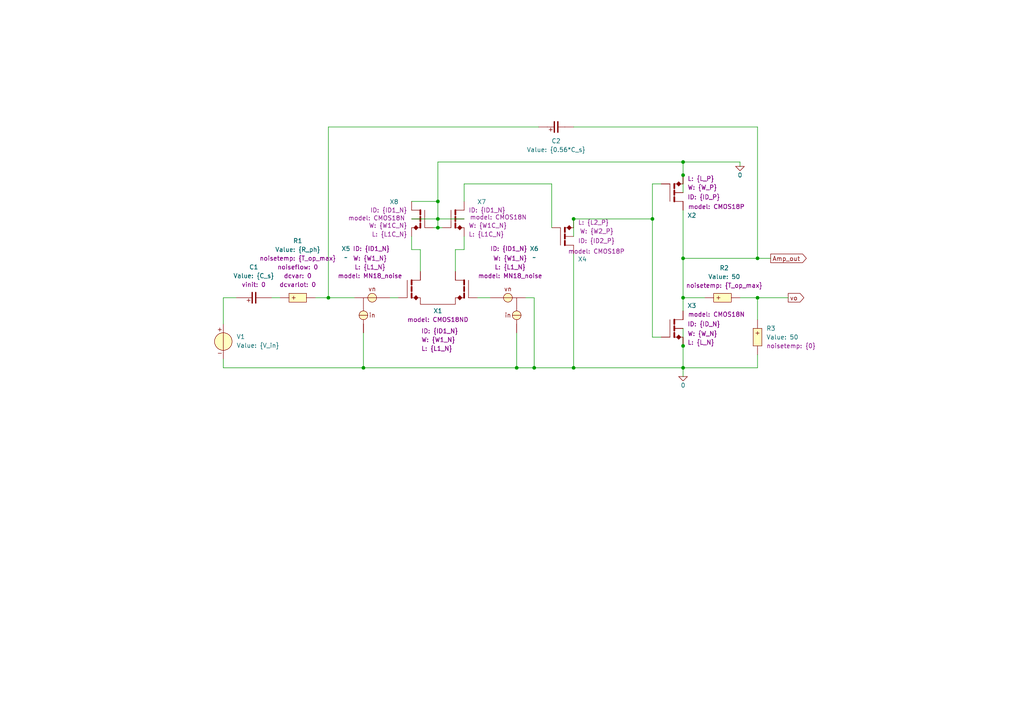
<source format=kicad_sch>
(kicad_sch (version 20250114) (generator "eeschema") (generator_version "9.0")
  (paper "A4")
  (lib_symbols
    (symbol "SLiCAP:C" (pin_numbers (hide yes)) (pin_names (offset 1.016) (hide yes))
      (property "Reference" "C?" (at 2.54 3.81 0))
      (property "Value" "?" (at 2.54 1.27 0) (show_name))
      (property "vinit" "0" (at 2.54 -1.27 0) (show_name))
      (symbol "C_0_0"
        (text "+" (at -0.762 1.651 0) (effects (font (size 1.27 1.27))))
      )
      (symbol "C_0_1"
        (polyline (pts (xy -1.524 0.508) (xy 1.524 0.508)) (stroke (width 0.381)))
        (polyline (pts (xy -1.524 -0.508) (xy 1.524 -0.508)) (stroke (width 0.381)))
        (polyline (pts (xy 0 2.54) (xy 0 0.508)))
        (polyline (pts (xy 0 -2.54) (xy 0 -0.508)))
      )
      (symbol "C_1_0"
        (pin passive line (at 0 5.08 270) (length 2.54) (name "1") (number "1"))
        (pin passive line (at 0 -5.08 90) (length 2.54) (name "2") (number "2"))
      )
    )
    (symbol "SLiCAP:GND" (power) (pin_numbers (hide yes)) (pin_names (offset 0) (hide yes))
      (property "Value" "0" (at 0 -2.54 0))
      (symbol "GND_0_1"
        (polyline (pts (xy -1.27 0) (xy 0 -1.27) (xy 1.27 0) (xy -1.27 0)))
      )
      (symbol "GND_1_1"
        (pin power_in line (at 0 0 0) (length 0) (name "~") (number "1"))
      )
    )
    (symbol "SLiCAP:M_noise" (pin_numbers (hide yes)) (pin_names (offset 0) (hide yes))
      (property "Reference" "X?" (at 2.54 9.525 0))
      (property "ID" "{ID}" (at 6.35 2.54 0) (show_name))
      (property "IG" "{IG}" (at 6.35 0 0) (show_name))
      (property "W" "{W}" (at 6.35 -2.54 0) (show_name))
      (property "L" "{L}" (at 6.35 -5.08 0) (show_name))
      (property "model" "?" (at 2.54 7.62 0) (show_name))
      (symbol "M_noise_0_0"
        (polyline (pts (xy -2.54 5.08) (xy -2.54 1.27)))
        (polyline (pts (xy -2.54 5.08) (xy 2.54 5.08)))
        (polyline (pts (xy -2.54 -1.27) (xy -2.54 -2.54)))
      )
      (symbol "M_noise_0_1"
        (polyline (pts (xy -3.81 0) (xy -1.27 0)))
      )
      (symbol "M_noise_1_0"
        (pin bidirectional line (at 5.08 5.08 180) (length 2.54) (name "int") (number "3"))
      )
      (symbol "M_noise_1_1"
        (circle (center -2.54 0) (radius 1.27) (fill (type background)))
        (circle (center 0 5.08) (radius 1.27) (fill (type background)))
        (text "vn" (at 0 7.62 0) (effects (font (size 1.27 1.27))))
        (text "in" (at 0 0 0) (effects (font (size 1.27 1.27))))
        (pin bidirectional line (at -5.08 5.08 0) (length 2.54) (name "ext") (number "1"))
        (pin bidirectional line (at -2.54 -5.08 90) (length 2.54) (name "comm") (number "2"))
      )
    )
    (symbol "SLiCAP:R" (pin_numbers (hide yes)) (pin_names (offset 1.016) (hide yes))
      (property "Reference" "R?" (at 1.905 3.81 0))
      (property "Value" "?" (at 1.905 1.905 0) (show_name))
      (property "noisetemp" "0" (at 1.905 0 0) (show_name))
      (property "noiseflow" "0" (at 15.24 0 0) (show_name))
      (property "dcvar" "0" (at 1.905 -1.905 0) (show_name))
      (property "dcvarlot" "0" (at 15.24 -1.905 0) (show_name))
      (symbol "R_0_0"
        (text "+" (at 0 1.27 0) (effects (font (size 1.27 1.27))))
      )
      (symbol "R_1_0"
        (pin passive line (at 0 5.08 270) (length 2.54) (name "1") (number "1"))
        (pin passive line (at 0 -5.08 90) (length 2.54) (name "2") (number "2"))
      )
      (symbol "R_1_1"
        (rectangle (start -1.27 2.54) (end 1.27 -2.54) (fill (type background)))
      )
    )
    (symbol "SLiCAP:V" (pin_numbers (hide yes)) (pin_names (offset 0) (hide yes))
      (property "Reference" "V?" (at 3.175 4.445 0))
      (property "Value" "?" (at 3.175 2.54 0) (show_name))
      (property "noise" "0" (at 3.175 -3.175 0) (show_name))
      (property "dc" "0" (at 3.175 0.635 0) (show_name))
      (property "dcvar" "0" (at 3.175 -1.27 0) (show_name))
      (symbol "V_0_0"
        (text "+" (at -1.016 3.556 0) (effects (font (size 1.27 1.27))))
        (text "-" (at -1.016 -3.302 0) (effects (font (size 1.27 1.27))))
        (pin power_out line (at 0 5.08 270) (length 2.54) (name "p") (number "1"))
        (pin power_out line (at 0 -5.08 90) (length 2.54) (name "n") (number "2"))
      )
      (symbol "V_0_1"
        (polyline (pts (xy 0 2.54) (xy 0 -2.54)))
      )
      (symbol "V_1_0"
        (circle (center 0 0) (radius 2.54) (fill (type background)))
      )
    )
    (symbol "SLiCAP:XM" (pin_numbers (hide yes)) (pin_names (offset 0) (hide yes))
      (property "Reference" "X?" (at 1.27 6.985 0))
      (property "model" "?" (at 1.27 5.08 0) (show_name))
      (property "W" "{W}" (at 1.27 -1.905 0) (show_name))
      (property "L" "{L}" (at 1.27 -4.445 0) (show_name))
      (property "ID" "{ID}" (at 1.27 2.54 0) (show_name))
      (symbol "XM_0_1"
        (polyline (pts (xy -3.81 -2.54) (xy -3.81 2.54)))
        (polyline (pts (xy -1.905 -2.54) (xy -1.27 -1.905) (xy -1.27 -3.175) (xy -1.905 -2.54)) (fill (type outline)))
        (polyline (pts (xy -0.635 -2.54) (xy -1.27 -1.905) (xy -1.27 -3.175) (xy -0.635 -2.54)) (fill (type outline)))
      )
      (symbol "XM_1_0"
        (pin unspecified line (at -6.35 -2.54 0) (length 2.54) (name "G") (number "2"))
        (pin unspecified line (at 0 5.08 270) (length 2.54) (name "D") (number "1"))
        (pin unspecified line (at 0 0 180) (length 2.54) (name "B") (number "4"))
        (pin unspecified line (at 0 -5.08 90) (length 2.54) (name "S") (number "3"))
      )
      (symbol "XM_1_1"
        (polyline (pts (xy -2.54 1.27) (xy -2.54 2.54)) (stroke (width 0.5)))
        (polyline (pts (xy -2.54 -0.635) (xy -2.54 0.635)) (stroke (width 0.5)))
        (polyline (pts (xy -2.54 -2.54) (xy -2.54 -1.27)) (stroke (width 0.5)))
        (polyline (pts (xy 0 2.54) (xy -2.54 2.54)))
        (polyline (pts (xy 0 -2.54) (xy -2.54 -2.54)))
      )
    )
    (symbol "SLiCAP:XMD" (pin_numbers (hide yes)) (pin_names (offset 0) (hide yes))
      (property "Reference" "X?" (at 1.905 1.27 0))
      (property "model" "?" (at 1.778 -1.016 0) (show_name))
      (property "W" "{W}" (at 15.24 1.905 0) (show_name))
      (property "L" "{L}" (at 15.24 -0.635 0) (show_name))
      (property "ID" "{ID}" (at 15.24 4.445 0) (show_name))
      (symbol "XMD_0_1"
        (polyline (pts (xy -3.81 -2.54) (xy -3.81 2.54)))
        (polyline (pts (xy -1.905 -2.54) (xy -1.27 -1.905) (xy -1.27 -3.175) (xy -1.905 -2.54)) (fill (type outline)))
        (polyline (pts (xy -0.635 -2.54) (xy -1.27 -1.905) (xy -1.27 -3.175) (xy -0.635 -2.54)) (fill (type outline)))
        (polyline (pts (xy 0 -2.54) (xy 0 -4.445) (xy 10.16 -4.445) (xy 10.16 -2.54)))
        (polyline (pts (xy 10.795 -2.54) (xy 11.43 -1.905) (xy 11.43 -3.175) (xy 10.795 -2.54)) (fill (type outline)))
        (polyline (pts (xy 12.065 -2.54) (xy 11.43 -1.905) (xy 11.43 -3.175) (xy 12.065 -2.54)) (fill (type outline)))
        (polyline (pts (xy 13.97 -2.54) (xy 13.97 2.54)))
      )
      (symbol "XMD_1_0"
        (pin unspecified line (at -6.35 -2.54 0) (length 2.54) (name "G1") (number "3"))
        (pin unspecified line (at 0 5.08 270) (length 2.54) (name "D1") (number "1"))
        (pin unspecified line (at 10.16 5.08 270) (length 2.54) (name "D2") (number "2"))
        (pin unspecified line (at 16.51 -2.54 180) (length 2.54) (name "G2") (number "4"))
      )
      (symbol "XMD_1_1"
        (polyline (pts (xy -2.54 1.27) (xy -2.54 2.54)) (stroke (width 0.5)))
        (polyline (pts (xy -2.54 -0.635) (xy -2.54 0.635)) (stroke (width 0.5)))
        (polyline (pts (xy -2.54 -2.54) (xy -2.54 -1.27)) (stroke (width 0.5)))
        (polyline (pts (xy 0 2.54) (xy -2.54 2.54)))
        (polyline (pts (xy 0 -2.54) (xy -2.54 -2.54)))
        (polyline (pts (xy 10.16 2.54) (xy 12.7 2.54)))
        (polyline (pts (xy 10.16 -2.54) (xy 12.7 -2.54)))
        (polyline (pts (xy 12.7 1.27) (xy 12.7 2.54)) (stroke (width 0.5)))
        (polyline (pts (xy 12.7 -0.635) (xy 12.7 0.635)) (stroke (width 0.5)))
        (polyline (pts (xy 12.7 -2.54) (xy 12.7 -1.27)) (stroke (width 0.5)))
      )
    )
  )
  (junction (at 198.12 50.8))
  (junction (at 127 66.04))
  (junction (at 95.25 86.36))
  (junction (at 219.71 74.93))
  (junction (at 198.12 86.36))
  (junction (at 189.23 63.5))
  (junction (at 166.37 63.5))
  (junction (at 198.12 74.93))
  (junction (at 198.12 46.99))
  (junction (at 166.37 106.68))
  (junction (at 127 63.5))
  (junction (at 198.12 100.33))
  (junction (at 198.12 106.68))
  (junction (at 154.94 106.68))
  (junction (at 219.71 86.36))
  (junction (at 105.41 106.68))
  (junction (at 127 58.42))
  (junction (at 149.86 106.68))
  (wire (pts (xy 154.94 106.68) (xy 166.37 106.68)))
  (wire (pts (xy 127 63.5) (xy 127 58.42)))
  (wire (pts (xy 219.71 86.36) (xy 228.6 86.36)))
  (wire (pts (xy 198.12 60.96) (xy 198.12 74.93)))
  (wire (pts (xy 78.74 86.36) (xy 81.28 86.36)))
  (wire (pts (xy 214.63 48.26) (xy 214.63 46.99)))
  (wire (pts (xy 154.94 86.36) (xy 154.94 106.68)))
  (wire (pts (xy 160.02 53.34) (xy 160.02 66.04)))
  (wire (pts (xy 198.12 106.68) (xy 198.12 109.22)))
  (wire (pts (xy 91.44 86.36) (xy 95.25 86.36)))
  (wire (pts (xy 198.12 95.25) (xy 198.12 100.33)))
  (wire (pts (xy 214.63 86.36) (xy 219.71 86.36)))
  (wire (pts (xy 127 58.42) (xy 119.38 58.42)))
  (wire (pts (xy 64.77 93.98) (xy 64.77 86.36)))
  (wire (pts (xy 127 46.99) (xy 198.12 46.99)))
  (wire (pts (xy 134.62 72.39) (xy 134.62 68.58)))
  (wire (pts (xy 166.37 63.5) (xy 189.23 63.5)))
  (wire (pts (xy 198.12 86.36) (xy 204.47 86.36)))
  (wire (pts (xy 138.43 86.36) (xy 142.24 86.36)))
  (wire (pts (xy 189.23 63.5) (xy 189.23 97.79)))
  (wire (pts (xy 132.08 72.39) (xy 134.62 72.39)))
  (wire (pts (xy 198.12 74.93) (xy 198.12 86.36)))
  (wire (pts (xy 191.77 53.34) (xy 189.23 53.34)))
  (wire (pts (xy 166.37 106.68) (xy 198.12 106.68)))
  (wire (pts (xy 219.71 36.83) (xy 219.71 74.93)))
  (wire (pts (xy 125.73 66.04) (xy 127 66.04)))
  (wire (pts (xy 134.62 53.34) (xy 160.02 53.34)))
  (wire (pts (xy 121.92 72.39) (xy 119.38 72.39)))
  (wire (pts (xy 127 66.04) (xy 128.27 66.04)))
  (wire (pts (xy 219.71 86.36) (xy 219.71 92.71)))
  (wire (pts (xy 166.37 63.5) (xy 166.37 68.58)))
  (wire (pts (xy 149.86 96.52) (xy 149.86 106.68)))
  (wire (pts (xy 105.41 96.52) (xy 105.41 106.68)))
  (wire (pts (xy 198.12 86.36) (xy 198.12 90.17)))
  (wire (pts (xy 198.12 46.99) (xy 214.63 46.99)))
  (wire (pts (xy 166.37 73.66) (xy 166.37 106.68)))
  (wire (pts (xy 127 63.5) (xy 127 66.04)))
  (wire (pts (xy 95.25 86.36) (xy 102.87 86.36)))
  (wire (pts (xy 166.37 36.83) (xy 219.71 36.83)))
  (wire (pts (xy 127 58.42) (xy 127 46.99)))
  (wire (pts (xy 113.03 86.36) (xy 115.57 86.36)))
  (wire (pts (xy 219.71 74.93) (xy 198.12 74.93)))
  (wire (pts (xy 105.41 106.68) (xy 149.86 106.68)))
  (wire (pts (xy 132.08 78.74) (xy 132.08 72.39)))
  (wire (pts (xy 121.92 78.74) (xy 121.92 72.39)))
  (wire (pts (xy 152.4 86.36) (xy 154.94 86.36)))
  (wire (pts (xy 134.62 63.5) (xy 127 63.5)))
  (wire (pts (xy 198.12 50.8) (xy 198.12 46.99)))
  (wire (pts (xy 223.52 74.93) (xy 219.71 74.93)))
  (wire (pts (xy 149.86 106.68) (xy 154.94 106.68)))
  (wire (pts (xy 119.38 72.39) (xy 119.38 68.58)))
  (wire (pts (xy 134.62 53.34) (xy 134.62 58.42)))
  (wire (pts (xy 189.23 97.79) (xy 191.77 97.79)))
  (wire (pts (xy 64.77 86.36) (xy 68.58 86.36)))
  (wire (pts (xy 198.12 55.88) (xy 198.12 50.8)))
  (wire (pts (xy 198.12 106.68) (xy 219.71 106.68)))
  (wire (pts (xy 119.38 63.5) (xy 127 63.5)))
  (wire (pts (xy 198.12 100.33) (xy 198.12 106.68)))
  (wire (pts (xy 189.23 53.34) (xy 189.23 63.5)))
  (wire (pts (xy 95.25 36.83) (xy 156.21 36.83)))
  (wire (pts (xy 64.77 104.14) (xy 64.77 106.68)))
  (wire (pts (xy 64.77 106.68) (xy 105.41 106.68)))
  (wire (pts (xy 95.25 36.83) (xy 95.25 86.36)))
  (wire (pts (xy 219.71 102.87) (xy 219.71 106.68)))
  (global_label "vo" (shape output) (at 228.6 86.36 0) (property "Intersheetrefs" "${INTERSHEET_REFS}" (effects (hide yes))))
  (global_label "Amp_out" (shape output) (at 223.52 74.93 0) (property "Intersheetrefs" "${INTERSHEET_REFS}" (effects (hide yes))))
  (symbol (lib_id "SLiCAP:C") (at 161.29 36.83 90) (unit 1)
    (property "Reference" "C2" (at 161.29 40.894 90))
    (property "Value" "{0.56*C_s}" (at 161.29 43.434 90) (show_name yes))
    (property "Description" "Capacitor" (effects (hide yes)))
    (property "model" "C" (effects (hide yes)))
    (property "vinit" "0" (effects (hide yes)))
  )
  (symbol (lib_id "SLiCAP:XM") (at 119.38 63.5 0) (mirror y) (unit 1)
    (property "Reference" "X8" (at 114.3 58.5468 0))
    (property "Description" "MOSFET (small-signal N or P channel subcircuit with parameters W,  L, and ID)" (effects (hide yes)))
    (property "model" "CMOS18N" (at 109.22 63.246 0) (show_name yes))
    (property "W" "{W1C_N}" (at 118.11 65.405 0) (show_name yes) (effects (justify left)))
    (property "L" "{L1C_N}" (at 118.11 67.945 0) (show_name yes) (effects (justify left)))
    (property "ID" "{ID1_N}" (at 118.11 60.96 0) (show_name yes) (effects (justify left)))
  )
  (symbol (lib_id "SLiCAP:GND") (at 198.12 109.22 0) (unit 1)
    (property "Reference" "#022" (effects (hide yes)))
    (property "Value" "0" (at 198.12 111.76 0))
    (property "Description" "0V reference potential" (effects (hide yes)))
  )
  (symbol (lib_id "SLiCAP:XM") (at 198.12 55.88 0) (mirror x) (unit 1)
    (property "Reference" "X2" (at 200.66 62.484 0))
    (property "Description" "MOSFET (small-signal N or P channel subcircuit with parameters W,  L, and ID)" (effects (hide yes)))
    (property "model" "CMOS18P" (at 207.772 59.944 0) (show_name yes))
    (property "W" "{W_P}" (at 199.39 54.356 0) (show_name yes) (effects (justify left)))
    (property "L" "{L_P}" (at 199.39 51.816 0) (show_name yes) (effects (justify left)))
    (property "ID" "{ID_P}" (at 199.39 57.15 0) (show_name yes) (effects (justify left)))
  )
  (symbol (lib_id "SLiCAP:XM") (at 166.37 68.58 0) (mirror x) (unit 1)
    (property "Reference" "X4" (at 168.91 75.184 0))
    (property "Description" "MOSFET (small-signal N or P channel subcircuit with parameters W,  L, and ID)" (effects (hide yes)))
    (property "model" "CMOS18P" (at 172.974 72.898 0) (show_name yes))
    (property "W" "{W2_P}" (at 168.148 67.056 0) (show_name yes) (effects (justify left)))
    (property "L" "{L2_P}" (at 167.64 64.516 0) (show_name yes) (effects (justify left)))
    (property "ID" "{ID2_P}" (at 167.64 69.85 0) (show_name yes) (effects (justify left)))
  )
  (symbol (lib_id "SLiCAP:C") (at 73.66 86.36 90) (unit 1)
    (property "Reference" "C1" (at 73.5937 77.47 90))
    (property "Value" "{C_s}" (at 73.5937 80.01 90) (show_name yes))
    (property "Description" "Capacitor" (effects (hide yes)))
    (property "model" "C" (effects (hide yes)))
    (property "vinit" "0" (at 73.5937 82.55 90) (show_name yes))
  )
  (symbol (lib_id "SLiCAP:XM") (at 198.12 95.25 0) (unit 1)
    (property "Reference" "X3" (at 200.66 88.646 0))
    (property "Description" "MOSFET (small-signal N or P channel subcircuit with parameters W,  L, and ID)" (effects (hide yes)))
    (property "model" "CMOS18N" (at 207.772 91.186 0) (show_name yes))
    (property "W" "{W_N}" (at 199.39 96.774 0) (show_name yes) (effects (justify left)))
    (property "L" "{L_N}" (at 199.39 99.314 0) (show_name yes) (effects (justify left)))
    (property "ID" "{ID_N}" (at 199.39 93.98 0) (show_name yes) (effects (justify left)))
  )
  (symbol (lib_id "SLiCAP:R") (at 219.71 97.79 0) (unit 1)
    (property "Reference" "R3" (at 222.25 95.2499 0) (effects (justify left)))
    (property "Value" "50" (at 222.25 97.7899 0) (show_name yes) (effects (justify left)))
    (property "Description" "Resistor (cannot have zero resistance)" (effects (hide yes)))
    (property "model" "R" (effects (hide yes)))
    (property "noisetemp" "{0}" (at 222.25 100.3299 0) (show_name yes) (effects (justify left)))
    (property "noiseflow" "0" (effects (hide yes)))
    (property "dcvar" "0" (effects (hide yes)))
    (property "dcvarlot" "0" (effects (hide yes)))
  )
  (symbol (lib_id "SLiCAP:XM") (at 134.62 63.5 0) (unit 1)
    (property "Reference" "X7" (at 139.7 58.5468 0))
    (property "Description" "MOSFET (small-signal N or P channel subcircuit with parameters W,  L, and ID)" (effects (hide yes)))
    (property "model" "CMOS18N" (at 144.526 62.992 0) (show_name yes))
    (property "W" "{W1C_N}" (at 135.89 65.405 0) (show_name yes) (effects (justify left)))
    (property "L" "{L1C_N}" (at 135.89 67.945 0) (show_name yes) (effects (justify left)))
    (property "ID" "{ID1_N}" (at 135.89 60.96 0) (show_name yes) (effects (justify left)))
  )
  (symbol (lib_id "SLiCAP:R") (at 86.36 86.36 90) (unit 1)
    (property "Reference" "R1" (at 86.36 69.85 90))
    (property "Value" "{R_ph}" (at 86.36 72.39 90) (show_name yes))
    (property "Description" "Resistor (cannot have zero resistance)" (effects (hide yes)))
    (property "model" "R" (effects (hide yes)))
    (property "noisetemp" "{T_op_max}" (at 86.36 74.93 90) (show_name yes))
    (property "noiseflow" "0" (at 86.36 77.47 90) (show_name yes))
    (property "dcvar" "0" (at 86.36 80.01 90) (show_name yes))
    (property "dcvarlot" "0" (at 86.36 82.55 90) (show_name yes))
  )
  (symbol (lib_id "SLiCAP:M_noise") (at 107.95 91.44 0) (unit 1)
    (property "Reference" "X5" (at 100.33 72.136 0))
    (property "Value" "~" (at 100.33 74.676 0))
    (property "Description" "Input-referred noise sources of a MOSFET (N or P channel, parameters W, L, ID, and IG)" (effects (hide yes)))
    (property "ID" "{ID1_N}" (at 107.696 72.136 0) (show_name yes))
    (property "IG" "{0}" (effects (hide yes)))
    (property "W" "{W1_N}" (at 107.315 74.93 0) (show_name yes))
    (property "L" "{L1_N}" (at 107.315 77.47 0) (show_name yes))
    (property "model" "MN18_noise" (at 107.315 80.01 0) (show_name yes))
  )
  (symbol (lib_id "SLiCAP:XMD") (at 121.92 83.82 0) (unit 1)
    (property "Reference" "X1" (at 127 90.17 0))
    (property "Description" "Differential-pair MOSFET (small-signal N or P channel subcircuit with parameters W,  L, and ID)" (effects (hide yes)))
    (property "model" "CMOS18ND" (at 127 92.71 0) (show_name yes))
    (property "W" "{W1_N}" (at 122.174 98.552 0) (show_name yes) (effects (justify left)))
    (property "L" "{L1_N}" (at 122.174 101.092 0) (show_name yes) (effects (justify left)))
    (property "ID" "{ID1_N}" (at 122.174 96.012 0) (show_name yes) (effects (justify left)))
  )
  (symbol (lib_id "SLiCAP:R") (at 209.55 86.36 90) (unit 1)
    (property "Reference" "R2" (at 210.058 77.724 90))
    (property "Value" "50" (at 210.058 80.264 90) (show_name yes))
    (property "Description" "Resistor (cannot have zero resistance)" (effects (hide yes)))
    (property "model" "R" (effects (hide yes)))
    (property "noisetemp" "{T_op_max}" (at 210.058 82.804 90) (show_name yes))
    (property "noiseflow" "0" (effects (hide yes)))
    (property "dcvar" "0" (effects (hide yes)))
    (property "dcvarlot" "0" (effects (hide yes)))
  )
  (symbol (lib_id "SLiCAP:M_noise") (at 147.32 91.44 0) (mirror y) (unit 1)
    (property "Reference" "X6" (at 154.94 72.136 0))
    (property "Value" "~" (at 154.94 74.676 0))
    (property "Description" "Input-referred noise sources of a MOSFET (N or P channel, parameters W, L, ID, and IG)" (effects (hide yes)))
    (property "ID" "{ID1_N}" (at 147.574 72.136 0) (show_name yes))
    (property "IG" "{0}" (effects (hide yes)))
    (property "W" "{W1_N}" (at 147.955 74.93 0) (show_name yes))
    (property "L" "{L1_N}" (at 147.955 77.47 0) (show_name yes))
    (property "model" "MN18_noise" (at 147.955 80.01 0) (show_name yes))
  )
  (symbol (lib_id "SLiCAP:GND") (at 214.63 48.26 0) (unit 1)
    (property "Reference" "#023" (effects (hide yes)))
    (property "Value" "0" (at 214.63 50.8 0))
    (property "Description" "0V reference potential" (effects (hide yes)))
  )
  (symbol (lib_id "SLiCAP:V") (at 64.77 99.06 0) (unit 1)
    (property "Reference" "V1" (at 68.58 97.6629 0) (effects (justify left)))
    (property "Value" "{V_in}" (at 68.58 100.2029 0) (show_name yes) (effects (justify left)))
    (property "Description" "Independent voltage source" (effects (hide yes)))
    (property "noise" "0" (effects (hide yes)))
    (property "dc" "0" (effects (hide yes)))
    (property "dcvar" "0" (effects (hide yes)))
    (property "model" "V" (effects (hide yes)))
  )
)
</source>
